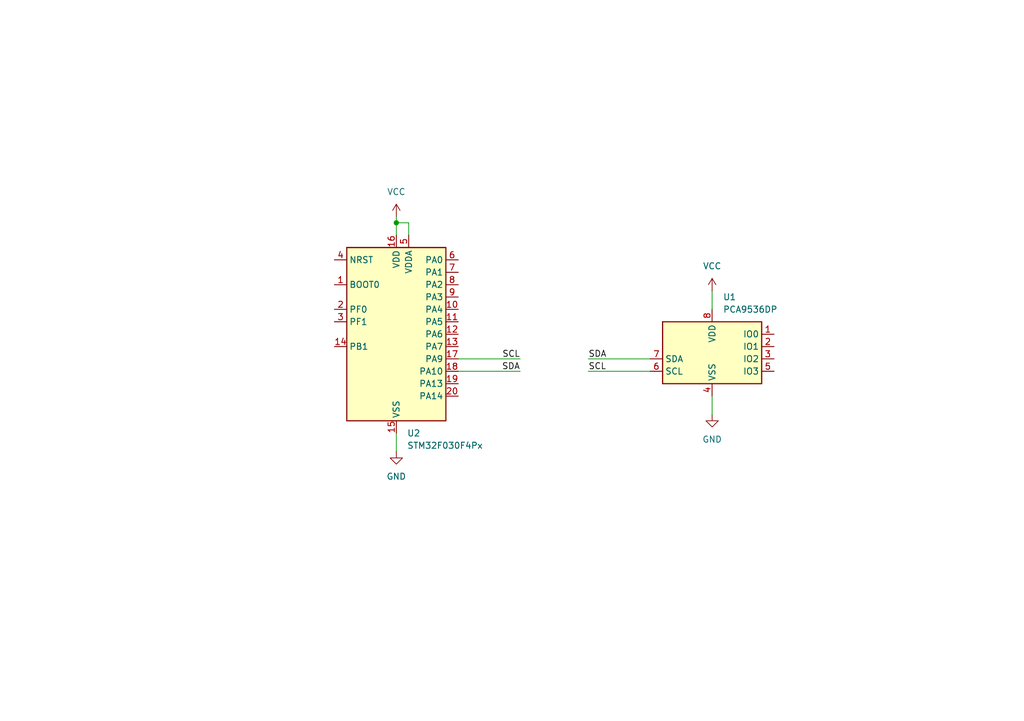
<source format=kicad_sch>
(kicad_sch (version 20231120) (generator "eeschema") (generator_version "8.0")
  (paper "A5")
  (lib_symbols
    (symbol "Interface_Expansion:PCA9536DP"
      (property "Reference" "U" (at -8.89 6.35 0))
      (property "Value" "PCA9536DP" (at 6.35 6.35 0))
      (symbol "PCA9536DP_0_1"
        (rectangle (start -10.16 5.08) (end 10.16 -7.62) (stroke (width 0.254)) (fill (type background)))
      )
      (symbol "PCA9536DP_1_1"
        (pin bidirectional line (at 12.7 2.54 180) (length 2.54) (name "IO0") (number "1"))
        (pin bidirectional line (at 12.7 0 180) (length 2.54) (name "IO1") (number "2"))
        (pin bidirectional line (at 12.7 -2.54 180) (length 2.54) (name "IO2") (number "3"))
        (pin power_in line (at 0 -10.16 90) (length 2.54) (name "VSS") (number "4"))
        (pin bidirectional line (at 12.7 -5.08 180) (length 2.54) (name "IO3") (number "5"))
        (pin input line (at -12.7 -5.08 0) (length 2.54) (name "SCL") (number "6"))
        (pin bidirectional line (at -12.7 -2.54 0) (length 2.54) (name "SDA") (number "7"))
        (pin power_in line (at 0 7.62 270) (length 2.54) (name "VDD") (number "8"))
      )
    )
    (symbol "MCU_ST_STM32F0:STM32F030F4Px"
      (property "Reference" "U" (at -10.16 19.05 0))
      (property "Value" "STM32F030F4Px" (at 5.08 19.05 0))
      (symbol "STM32F030F4Px_0_1"
        (rectangle (start -10.16 -17.78) (end 10.16 17.78) (stroke (width 0.254)) (fill (type background)))
      )
      (symbol "STM32F030F4Px_1_1"
        (pin input line (at -12.7 10.16 0) (length 2.54) (name "BOOT0") (number "1"))
        (pin bidirectional line (at 12.7 5.08 180) (length 2.54) (name "PA4") (number "10"))
        (pin bidirectional line (at 12.7 2.54 180) (length 2.54) (name "PA5") (number "11"))
        (pin bidirectional line (at 12.7 0 180) (length 2.54) (name "PA6") (number "12"))
        (pin bidirectional line (at 12.7 -2.54 180) (length 2.54) (name "PA7") (number "13"))
        (pin bidirectional line (at -12.7 -2.54 0) (length 2.54) (name "PB1") (number "14"))
        (pin power_in line (at 0 -20.32 90) (length 2.54) (name "VSS") (number "15"))
        (pin power_in line (at 0 20.32 270) (length 2.54) (name "VDD") (number "16"))
        (pin bidirectional line (at 12.7 -5.08 180) (length 2.54) (name "PA9") (number "17"))
        (pin bidirectional line (at 12.7 -7.62 180) (length 2.54) (name "PA10") (number "18"))
        (pin bidirectional line (at 12.7 -10.16 180) (length 2.54) (name "PA13") (number "19"))
        (pin bidirectional line (at -12.7 5.08 0) (length 2.54) (name "PF0") (number "2"))
        (pin bidirectional line (at 12.7 -12.7 180) (length 2.54) (name "PA14") (number "20"))
        (pin bidirectional line (at -12.7 2.54 0) (length 2.54) (name "PF1") (number "3"))
        (pin input line (at -12.7 15.24 0) (length 2.54) (name "NRST") (number "4"))
        (pin power_in line (at 2.54 20.32 270) (length 2.54) (name "VDDA") (number "5"))
        (pin bidirectional line (at 12.7 15.24 180) (length 2.54) (name "PA0") (number "6"))
        (pin bidirectional line (at 12.7 12.7 180) (length 2.54) (name "PA1") (number "7"))
        (pin bidirectional line (at 12.7 10.16 180) (length 2.54) (name "PA2") (number "8"))
        (pin bidirectional line (at 12.7 7.62 180) (length 2.54) (name "PA3") (number "9"))
      )
    )
    (symbol "power:GND" (power) (pin_numbers hide) (pin_names (offset 0) hide)
      (property "Value" "GND" (at 0 -3.81 0))
      (symbol "GND_0_1"
        (polyline (pts (xy 0 0) (xy 0 -1.27) (xy 1.27 -1.27) (xy 0 -2.54) (xy -1.27 -1.27) (xy 0 -1.27)))
      )
      (symbol "GND_1_1"
        (pin power_in line (at 0 0 270) (length 0) (name "~") (number "1"))
      )
    )
    (symbol "power:VCC" (power) (pin_numbers hide) (pin_names (offset 0) hide)
      (property "Value" "VCC" (at 0 3.556 0))
      (symbol "VCC_0_1"
        (polyline (pts (xy -0.762 1.27) (xy 0 2.54)))
        (polyline (pts (xy 0 0) (xy 0 2.54)))
        (polyline (pts (xy 0 2.54) (xy 0.762 1.27)))
      )
      (symbol "VCC_1_1"
        (pin power_in line (at 0 0 90) (length 0) (name "~") (number "1"))
      )
    )
  )
  (junction (at 81.28 45.72))
  (wire (pts (xy 133.35 76.2) (xy 120.65 76.2)))
  (wire (pts (xy 81.28 44.45) (xy 81.28 45.72)))
  (wire (pts (xy 93.98 76.2) (xy 106.68 76.2)))
  (wire (pts (xy 81.28 88.9) (xy 81.28 92.71)))
  (wire (pts (xy 133.35 73.66) (xy 120.65 73.66)))
  (wire (pts (xy 146.05 81.28) (xy 146.05 85.09)))
  (wire (pts (xy 81.28 45.72) (xy 81.28 48.26)))
  (wire (pts (xy 83.82 48.26) (xy 83.82 45.72)))
  (wire (pts (xy 146.05 59.69) (xy 146.05 63.5)))
  (wire (pts (xy 83.82 45.72) (xy 81.28 45.72)))
  (wire (pts (xy 93.98 73.66) (xy 106.68 73.66)))
  (label "SCL" (at 120.65 76.2 0))
  (label "SDA" (at 120.65 73.66 0))
  (label "SDA" (at 106.68 76.2 180))
  (label "SCL" (at 106.68 73.66 180))
  (symbol (lib_id "power:GND") (at 81.28 92.71 0) (unit 1)
    (property "Reference" "#PWR03" (effects (hide yes)))
    (property "Value" "GND" (at 81.28 97.79 0))
    (property "Description" "Power symbol creates a global label with name \"GND\" , ground" (effects (hide yes)))
  )
  (symbol (lib_id "power:VCC") (at 146.05 59.69 0) (unit 1)
    (property "Reference" "#PWR01" (effects (hide yes)))
    (property "Value" "VCC" (at 146.05 54.61 0))
    (property "Description" "Power symbol creates a global label with name \"VCC\"" (effects (hide yes)))
  )
  (symbol (lib_id "MCU_ST_STM32F0:STM32F030F4Px") (at 81.28 68.58 0) (unit 1)
    (property "Reference" "U2" (at 83.4741 88.9 0) (effects (justify left)))
    (property "Value" "STM32F030F4Px" (at 83.4741 91.44 0) (effects (justify left)))
    (property "Footprint" "Package_SO:TSSOP-20_4.4x6.5mm_P0.65mm" (effects (hide yes)))
    (property "Datasheet" "https://www.st.com/resource/en/datasheet/stm32f030f4.pdf" (effects (hide yes)))
    (property "Description" "STMicroelectronics Arm Cortex-M0 MCU, 16KB flash, 4KB RAM, 48 MHz, 2.4-3.6V, 15 GPIO, TSSOP20" (effects (hide yes)))
  )
  (symbol (lib_id "Interface_Expansion:PCA9536DP") (at 146.05 71.12 0) (unit 1)
    (property "Reference" "U1" (at 148.2441 60.96 0) (effects (justify left)))
    (property "Value" "PCA9536DP" (at 148.2441 63.5 0) (effects (justify left)))
    (property "Footprint" "Package_SO:TSSOP-8_3x3mm_P0.65mm" (effects (hide yes)))
    (property "Datasheet" "http://www.nxp.com/docs/en/data-sheet/PCA9536.pdf" (effects (hide yes)))
    (property "Description" "4-bit I2C-bus and SMBus IO port, TSSOP-8" (effects (hide yes)))
  )
  (symbol (lib_id "power:VCC") (at 81.28 44.45 0) (unit 1)
    (property "Reference" "#PWR04" (effects (hide yes)))
    (property "Value" "VCC" (at 81.28 39.37 0))
    (property "Description" "Power symbol creates a global label with name \"VCC\"" (effects (hide yes)))
  )
  (symbol (lib_id "power:GND") (at 146.05 85.09 0) (unit 1)
    (property "Reference" "#PWR02" (effects (hide yes)))
    (property "Value" "GND" (at 146.05 90.17 0))
    (property "Description" "Power symbol creates a global label with name \"GND\" , ground" (effects (hide yes)))
  )
)
</source>
